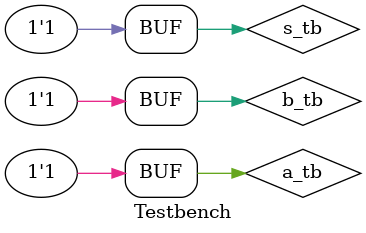
<source format=v>
`timescale 1ns / 1ns

module mux2(a, b, s, y);       
   input a, b, s;   
   output reg y; //  y = s'a + sb  (not really a register)
    
// add code here to implement the multiplexer y = s'a + sb
   always @(a, b, s) begin
	y = (~s & a) | (s & b);
   end
endmodule

module Testbench();
	reg a_tb, b_tb, s_tb;
	wire y_tb;
	mux2 mux2_tb(a_tb, b_tb, s_tb, y_tb);
	initial begin
	a_tb = 0;
	b_tb = 0;
	s_tb = 0;
	#5 
	b_tb = 1;
	#5
	a_tb = 1;
	b_tb = 0;
	#5
	b_tb = 1;
	#5
	a_tb = 0;
	b_tb = 0;
	s_tb = 1;
	#5
	b_tb = 1;
	#5
	a_tb = 1;
	b_tb = 0;
	#5
	b_tb = 1;
	end

endmodule
</source>
